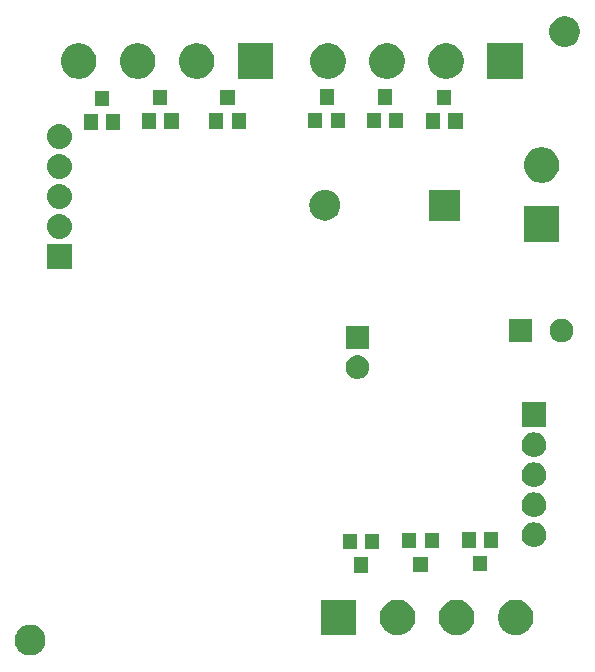
<source format=gbr>
G04 #@! TF.GenerationSoftware,KiCad,Pcbnew,5.0.1*
G04 #@! TF.CreationDate,2019-01-05T16:33:49+01:00*
G04 #@! TF.ProjectId,sensor_board-led,73656E736F725F626F6172642D6C6564,V1.2*
G04 #@! TF.SameCoordinates,Original*
G04 #@! TF.FileFunction,Soldermask,Bot*
G04 #@! TF.FilePolarity,Negative*
%FSLAX46Y46*%
G04 Gerber Fmt 4.6, Leading zero omitted, Abs format (unit mm)*
G04 Created by KiCad (PCBNEW 5.0.1) date Sat 05 Jan 2019 04:33:49 PM CET*
%MOMM*%
%LPD*%
G01*
G04 APERTURE LIST*
%ADD10C,0.100000*%
G04 APERTURE END LIST*
D10*
G36*
X29157396Y-74594358D02*
X29393980Y-74692354D01*
X29606905Y-74834626D01*
X29787974Y-75015695D01*
X29930246Y-75228620D01*
X30028242Y-75465204D01*
X30078200Y-75716360D01*
X30078200Y-75972440D01*
X30028242Y-76223596D01*
X29930246Y-76460180D01*
X29787974Y-76673105D01*
X29606905Y-76854174D01*
X29393980Y-76996446D01*
X29157396Y-77094442D01*
X28906240Y-77144400D01*
X28650160Y-77144400D01*
X28399004Y-77094442D01*
X28162420Y-76996446D01*
X27949495Y-76854174D01*
X27768426Y-76673105D01*
X27626154Y-76460180D01*
X27528158Y-76223596D01*
X27478200Y-75972440D01*
X27478200Y-75716360D01*
X27528158Y-75465204D01*
X27626154Y-75228620D01*
X27768426Y-75015695D01*
X27949495Y-74834626D01*
X28162420Y-74692354D01*
X28399004Y-74594358D01*
X28650160Y-74544400D01*
X28906240Y-74544400D01*
X29157396Y-74594358D01*
X29157396Y-74594358D01*
G37*
G36*
X65221835Y-72470029D02*
X65318434Y-72489244D01*
X65591417Y-72602317D01*
X65833820Y-72764287D01*
X65837097Y-72766476D01*
X66046024Y-72975403D01*
X66046026Y-72975406D01*
X66210183Y-73221083D01*
X66323256Y-73494066D01*
X66380900Y-73783863D01*
X66380900Y-74079337D01*
X66323256Y-74369134D01*
X66210183Y-74642117D01*
X66176615Y-74692355D01*
X66046024Y-74887797D01*
X65837097Y-75096724D01*
X65837094Y-75096726D01*
X65591417Y-75260883D01*
X65318434Y-75373956D01*
X65221835Y-75393171D01*
X65028639Y-75431600D01*
X64733161Y-75431600D01*
X64539965Y-75393171D01*
X64443366Y-75373956D01*
X64170383Y-75260883D01*
X63924706Y-75096726D01*
X63924703Y-75096724D01*
X63715776Y-74887797D01*
X63585185Y-74692355D01*
X63551617Y-74642117D01*
X63438544Y-74369134D01*
X63380900Y-74079337D01*
X63380900Y-73783863D01*
X63438544Y-73494066D01*
X63551617Y-73221083D01*
X63715774Y-72975406D01*
X63715776Y-72975403D01*
X63924703Y-72766476D01*
X63927980Y-72764287D01*
X64170383Y-72602317D01*
X64443366Y-72489244D01*
X64539965Y-72470029D01*
X64733161Y-72431600D01*
X65028639Y-72431600D01*
X65221835Y-72470029D01*
X65221835Y-72470029D01*
G37*
G36*
X70221835Y-72470029D02*
X70318434Y-72489244D01*
X70591417Y-72602317D01*
X70833820Y-72764287D01*
X70837097Y-72766476D01*
X71046024Y-72975403D01*
X71046026Y-72975406D01*
X71210183Y-73221083D01*
X71323256Y-73494066D01*
X71380900Y-73783863D01*
X71380900Y-74079337D01*
X71323256Y-74369134D01*
X71210183Y-74642117D01*
X71176615Y-74692355D01*
X71046024Y-74887797D01*
X70837097Y-75096724D01*
X70837094Y-75096726D01*
X70591417Y-75260883D01*
X70318434Y-75373956D01*
X70221835Y-75393171D01*
X70028639Y-75431600D01*
X69733161Y-75431600D01*
X69539965Y-75393171D01*
X69443366Y-75373956D01*
X69170383Y-75260883D01*
X68924706Y-75096726D01*
X68924703Y-75096724D01*
X68715776Y-74887797D01*
X68585185Y-74692355D01*
X68551617Y-74642117D01*
X68438544Y-74369134D01*
X68380900Y-74079337D01*
X68380900Y-73783863D01*
X68438544Y-73494066D01*
X68551617Y-73221083D01*
X68715774Y-72975406D01*
X68715776Y-72975403D01*
X68924703Y-72766476D01*
X68927980Y-72764287D01*
X69170383Y-72602317D01*
X69443366Y-72489244D01*
X69539965Y-72470029D01*
X69733161Y-72431600D01*
X70028639Y-72431600D01*
X70221835Y-72470029D01*
X70221835Y-72470029D01*
G37*
G36*
X56380900Y-75431600D02*
X53380900Y-75431600D01*
X53380900Y-72431600D01*
X56380900Y-72431600D01*
X56380900Y-75431600D01*
X56380900Y-75431600D01*
G37*
G36*
X60221835Y-72470029D02*
X60318434Y-72489244D01*
X60591417Y-72602317D01*
X60833820Y-72764287D01*
X60837097Y-72766476D01*
X61046024Y-72975403D01*
X61046026Y-72975406D01*
X61210183Y-73221083D01*
X61323256Y-73494066D01*
X61380900Y-73783863D01*
X61380900Y-74079337D01*
X61323256Y-74369134D01*
X61210183Y-74642117D01*
X61176615Y-74692355D01*
X61046024Y-74887797D01*
X60837097Y-75096724D01*
X60837094Y-75096726D01*
X60591417Y-75260883D01*
X60318434Y-75373956D01*
X60221835Y-75393171D01*
X60028639Y-75431600D01*
X59733161Y-75431600D01*
X59539965Y-75393171D01*
X59443366Y-75373956D01*
X59170383Y-75260883D01*
X58924706Y-75096726D01*
X58924703Y-75096724D01*
X58715776Y-74887797D01*
X58585185Y-74692355D01*
X58551617Y-74642117D01*
X58438544Y-74369134D01*
X58380900Y-74079337D01*
X58380900Y-73783863D01*
X58438544Y-73494066D01*
X58551617Y-73221083D01*
X58715774Y-72975406D01*
X58715776Y-72975403D01*
X58924703Y-72766476D01*
X58927980Y-72764287D01*
X59170383Y-72602317D01*
X59443366Y-72489244D01*
X59539965Y-72470029D01*
X59733161Y-72431600D01*
X60028639Y-72431600D01*
X60221835Y-72470029D01*
X60221835Y-72470029D01*
G37*
G36*
X57381300Y-70133340D02*
X56181300Y-70133340D01*
X56181300Y-68833340D01*
X57381300Y-68833340D01*
X57381300Y-70133340D01*
X57381300Y-70133340D01*
G37*
G36*
X62431300Y-70083340D02*
X61231300Y-70083340D01*
X61231300Y-68783340D01*
X62431300Y-68783340D01*
X62431300Y-70083340D01*
X62431300Y-70083340D01*
G37*
G36*
X67483000Y-70033340D02*
X66283000Y-70033340D01*
X66283000Y-68733340D01*
X67483000Y-68733340D01*
X67483000Y-70033340D01*
X67483000Y-70033340D01*
G37*
G36*
X58331300Y-68133340D02*
X57131300Y-68133340D01*
X57131300Y-66833340D01*
X58331300Y-66833340D01*
X58331300Y-68133340D01*
X58331300Y-68133340D01*
G37*
G36*
X56431300Y-68133340D02*
X55231300Y-68133340D01*
X55231300Y-66833340D01*
X56431300Y-66833340D01*
X56431300Y-68133340D01*
X56431300Y-68133340D01*
G37*
G36*
X61481300Y-68083340D02*
X60281300Y-68083340D01*
X60281300Y-66783340D01*
X61481300Y-66783340D01*
X61481300Y-68083340D01*
X61481300Y-68083340D01*
G37*
G36*
X63381300Y-68083340D02*
X62181300Y-68083340D01*
X62181300Y-66783340D01*
X63381300Y-66783340D01*
X63381300Y-68083340D01*
X63381300Y-68083340D01*
G37*
G36*
X66533000Y-68033340D02*
X65333000Y-68033340D01*
X65333000Y-66733340D01*
X66533000Y-66733340D01*
X66533000Y-68033340D01*
X66533000Y-68033340D01*
G37*
G36*
X68433000Y-68033340D02*
X67233000Y-68033340D01*
X67233000Y-66733340D01*
X68433000Y-66733340D01*
X68433000Y-68033340D01*
X68433000Y-68033340D01*
G37*
G36*
X71566207Y-65886596D02*
X71643336Y-65894193D01*
X71775287Y-65934220D01*
X71841263Y-65954233D01*
X72023672Y-66051733D01*
X72183554Y-66182946D01*
X72314767Y-66342828D01*
X72412267Y-66525237D01*
X72412267Y-66525238D01*
X72472307Y-66723164D01*
X72492580Y-66929000D01*
X72472307Y-67134836D01*
X72432280Y-67266787D01*
X72412267Y-67332763D01*
X72314767Y-67515172D01*
X72183554Y-67675054D01*
X72023672Y-67806267D01*
X71841263Y-67903767D01*
X71775287Y-67923780D01*
X71643336Y-67963807D01*
X71566207Y-67971404D01*
X71489080Y-67979000D01*
X71385920Y-67979000D01*
X71308793Y-67971404D01*
X71231664Y-67963807D01*
X71099713Y-67923780D01*
X71033737Y-67903767D01*
X70851328Y-67806267D01*
X70691446Y-67675054D01*
X70560233Y-67515172D01*
X70462733Y-67332763D01*
X70442720Y-67266787D01*
X70402693Y-67134836D01*
X70382420Y-66929000D01*
X70402693Y-66723164D01*
X70462733Y-66525238D01*
X70462733Y-66525237D01*
X70560233Y-66342828D01*
X70691446Y-66182946D01*
X70851328Y-66051733D01*
X71033737Y-65954233D01*
X71099713Y-65934220D01*
X71231664Y-65894193D01*
X71308793Y-65886596D01*
X71385920Y-65879000D01*
X71489080Y-65879000D01*
X71566207Y-65886596D01*
X71566207Y-65886596D01*
G37*
G36*
X71566207Y-63346597D02*
X71643336Y-63354193D01*
X71775287Y-63394220D01*
X71841263Y-63414233D01*
X72023672Y-63511733D01*
X72183554Y-63642946D01*
X72314767Y-63802828D01*
X72412267Y-63985237D01*
X72412267Y-63985238D01*
X72472307Y-64183164D01*
X72492580Y-64389000D01*
X72472307Y-64594836D01*
X72432280Y-64726787D01*
X72412267Y-64792763D01*
X72314767Y-64975172D01*
X72183554Y-65135054D01*
X72023672Y-65266267D01*
X71841263Y-65363767D01*
X71775287Y-65383780D01*
X71643336Y-65423807D01*
X71566207Y-65431403D01*
X71489080Y-65439000D01*
X71385920Y-65439000D01*
X71308793Y-65431403D01*
X71231664Y-65423807D01*
X71099713Y-65383780D01*
X71033737Y-65363767D01*
X70851328Y-65266267D01*
X70691446Y-65135054D01*
X70560233Y-64975172D01*
X70462733Y-64792763D01*
X70442720Y-64726787D01*
X70402693Y-64594836D01*
X70382420Y-64389000D01*
X70402693Y-64183164D01*
X70462733Y-63985238D01*
X70462733Y-63985237D01*
X70560233Y-63802828D01*
X70691446Y-63642946D01*
X70851328Y-63511733D01*
X71033737Y-63414233D01*
X71099713Y-63394220D01*
X71231664Y-63354193D01*
X71308793Y-63346597D01*
X71385920Y-63339000D01*
X71489080Y-63339000D01*
X71566207Y-63346597D01*
X71566207Y-63346597D01*
G37*
G36*
X71566207Y-60806596D02*
X71643336Y-60814193D01*
X71775287Y-60854220D01*
X71841263Y-60874233D01*
X72023672Y-60971733D01*
X72183554Y-61102946D01*
X72314767Y-61262828D01*
X72412267Y-61445237D01*
X72412267Y-61445238D01*
X72472307Y-61643164D01*
X72492580Y-61849000D01*
X72472307Y-62054836D01*
X72432280Y-62186787D01*
X72412267Y-62252763D01*
X72314767Y-62435172D01*
X72183554Y-62595054D01*
X72023672Y-62726267D01*
X71841263Y-62823767D01*
X71775287Y-62843780D01*
X71643336Y-62883807D01*
X71566207Y-62891403D01*
X71489080Y-62899000D01*
X71385920Y-62899000D01*
X71308793Y-62891403D01*
X71231664Y-62883807D01*
X71099713Y-62843780D01*
X71033737Y-62823767D01*
X70851328Y-62726267D01*
X70691446Y-62595054D01*
X70560233Y-62435172D01*
X70462733Y-62252763D01*
X70442720Y-62186787D01*
X70402693Y-62054836D01*
X70382420Y-61849000D01*
X70402693Y-61643164D01*
X70462733Y-61445238D01*
X70462733Y-61445237D01*
X70560233Y-61262828D01*
X70691446Y-61102946D01*
X70851328Y-60971733D01*
X71033737Y-60874233D01*
X71099713Y-60854220D01*
X71231664Y-60814193D01*
X71308793Y-60806596D01*
X71385920Y-60799000D01*
X71489080Y-60799000D01*
X71566207Y-60806596D01*
X71566207Y-60806596D01*
G37*
G36*
X71566207Y-58266597D02*
X71643336Y-58274193D01*
X71775287Y-58314220D01*
X71841263Y-58334233D01*
X72023672Y-58431733D01*
X72183554Y-58562946D01*
X72314767Y-58722828D01*
X72412267Y-58905237D01*
X72412267Y-58905238D01*
X72472307Y-59103164D01*
X72492580Y-59309000D01*
X72472307Y-59514836D01*
X72432280Y-59646787D01*
X72412267Y-59712763D01*
X72314767Y-59895172D01*
X72183554Y-60055054D01*
X72023672Y-60186267D01*
X71841263Y-60283767D01*
X71775287Y-60303780D01*
X71643336Y-60343807D01*
X71566207Y-60351403D01*
X71489080Y-60359000D01*
X71385920Y-60359000D01*
X71308793Y-60351403D01*
X71231664Y-60343807D01*
X71099713Y-60303780D01*
X71033737Y-60283767D01*
X70851328Y-60186267D01*
X70691446Y-60055054D01*
X70560233Y-59895172D01*
X70462733Y-59712763D01*
X70442720Y-59646787D01*
X70402693Y-59514836D01*
X70382420Y-59309000D01*
X70402693Y-59103164D01*
X70462733Y-58905238D01*
X70462733Y-58905237D01*
X70560233Y-58722828D01*
X70691446Y-58562946D01*
X70851328Y-58431733D01*
X71033737Y-58334233D01*
X71099713Y-58314220D01*
X71231664Y-58274193D01*
X71308793Y-58266597D01*
X71385920Y-58259000D01*
X71489080Y-58259000D01*
X71566207Y-58266597D01*
X71566207Y-58266597D01*
G37*
G36*
X72487500Y-57819000D02*
X70387500Y-57819000D01*
X70387500Y-55719000D01*
X72487500Y-55719000D01*
X72487500Y-57819000D01*
X72487500Y-57819000D01*
G37*
G36*
X56658770Y-51746972D02*
X56774689Y-51770029D01*
X56956678Y-51845411D01*
X57120463Y-51954849D01*
X57259751Y-52094137D01*
X57369189Y-52257922D01*
X57444571Y-52439911D01*
X57483000Y-52633109D01*
X57483000Y-52830091D01*
X57444571Y-53023289D01*
X57369189Y-53205278D01*
X57259751Y-53369063D01*
X57120463Y-53508351D01*
X56956678Y-53617789D01*
X56774689Y-53693171D01*
X56658770Y-53716228D01*
X56581493Y-53731600D01*
X56384507Y-53731600D01*
X56307230Y-53716228D01*
X56191311Y-53693171D01*
X56009322Y-53617789D01*
X55845537Y-53508351D01*
X55706249Y-53369063D01*
X55596811Y-53205278D01*
X55521429Y-53023289D01*
X55483000Y-52830091D01*
X55483000Y-52633109D01*
X55521429Y-52439911D01*
X55596811Y-52257922D01*
X55706249Y-52094137D01*
X55845537Y-51954849D01*
X56009322Y-51845411D01*
X56191311Y-51770029D01*
X56307230Y-51746972D01*
X56384507Y-51731600D01*
X56581493Y-51731600D01*
X56658770Y-51746972D01*
X56658770Y-51746972D01*
G37*
G36*
X57483000Y-51231600D02*
X55483000Y-51231600D01*
X55483000Y-49231600D01*
X57483000Y-49231600D01*
X57483000Y-51231600D01*
X57483000Y-51231600D01*
G37*
G36*
X73958770Y-48646972D02*
X74074689Y-48670029D01*
X74256678Y-48745411D01*
X74420463Y-48854849D01*
X74559751Y-48994137D01*
X74669189Y-49157922D01*
X74744571Y-49339911D01*
X74783000Y-49533109D01*
X74783000Y-49730091D01*
X74744571Y-49923289D01*
X74669189Y-50105278D01*
X74559751Y-50269063D01*
X74420463Y-50408351D01*
X74256678Y-50517789D01*
X74074689Y-50593171D01*
X73958770Y-50616228D01*
X73881493Y-50631600D01*
X73684507Y-50631600D01*
X73607230Y-50616228D01*
X73491311Y-50593171D01*
X73309322Y-50517789D01*
X73145537Y-50408351D01*
X73006249Y-50269063D01*
X72896811Y-50105278D01*
X72821429Y-49923289D01*
X72783000Y-49730091D01*
X72783000Y-49533109D01*
X72821429Y-49339911D01*
X72896811Y-49157922D01*
X73006249Y-48994137D01*
X73145537Y-48854849D01*
X73309322Y-48745411D01*
X73491311Y-48670029D01*
X73607230Y-48646972D01*
X73684507Y-48631600D01*
X73881493Y-48631600D01*
X73958770Y-48646972D01*
X73958770Y-48646972D01*
G37*
G36*
X71283000Y-50631600D02*
X69283000Y-50631600D01*
X69283000Y-48631600D01*
X71283000Y-48631600D01*
X71283000Y-50631600D01*
X71283000Y-50631600D01*
G37*
G36*
X32304700Y-44407800D02*
X30204700Y-44407800D01*
X30204700Y-42307800D01*
X32304700Y-42307800D01*
X32304700Y-44407800D01*
X32304700Y-44407800D01*
G37*
G36*
X73583000Y-42131600D02*
X70583000Y-42131600D01*
X70583000Y-39131600D01*
X73583000Y-39131600D01*
X73583000Y-42131600D01*
X73583000Y-42131600D01*
G37*
G36*
X31383407Y-39775396D02*
X31460536Y-39782993D01*
X31592487Y-39823020D01*
X31658463Y-39843033D01*
X31840872Y-39940533D01*
X32000754Y-40071746D01*
X32131967Y-40231628D01*
X32229467Y-40414037D01*
X32229467Y-40414038D01*
X32289507Y-40611964D01*
X32309780Y-40817800D01*
X32289507Y-41023636D01*
X32249480Y-41155587D01*
X32229467Y-41221563D01*
X32131967Y-41403972D01*
X32000754Y-41563854D01*
X31840872Y-41695067D01*
X31658463Y-41792567D01*
X31592487Y-41812580D01*
X31460536Y-41852607D01*
X31383407Y-41860204D01*
X31306280Y-41867800D01*
X31203120Y-41867800D01*
X31125993Y-41860204D01*
X31048864Y-41852607D01*
X30916913Y-41812580D01*
X30850937Y-41792567D01*
X30668528Y-41695067D01*
X30508646Y-41563854D01*
X30377433Y-41403972D01*
X30279933Y-41221563D01*
X30259920Y-41155587D01*
X30219893Y-41023636D01*
X30199620Y-40817800D01*
X30219893Y-40611964D01*
X30279933Y-40414038D01*
X30279933Y-40414037D01*
X30377433Y-40231628D01*
X30508646Y-40071746D01*
X30668528Y-39940533D01*
X30850937Y-39843033D01*
X30916913Y-39823020D01*
X31048864Y-39782993D01*
X31125993Y-39775396D01*
X31203120Y-39767800D01*
X31306280Y-39767800D01*
X31383407Y-39775396D01*
X31383407Y-39775396D01*
G37*
G36*
X65183000Y-40331600D02*
X62583000Y-40331600D01*
X62583000Y-37731600D01*
X65183000Y-37731600D01*
X65183000Y-40331600D01*
X65183000Y-40331600D01*
G37*
G36*
X53977845Y-37750410D02*
X54222896Y-37824745D01*
X54448736Y-37945460D01*
X54646687Y-38107913D01*
X54809140Y-38305864D01*
X54929855Y-38531704D01*
X55004190Y-38776755D01*
X55029290Y-39031600D01*
X55004190Y-39286445D01*
X54929855Y-39531496D01*
X54809140Y-39757336D01*
X54646687Y-39955287D01*
X54448736Y-40117740D01*
X54222896Y-40238455D01*
X53977845Y-40312790D01*
X53786864Y-40331600D01*
X53659136Y-40331600D01*
X53468155Y-40312790D01*
X53223104Y-40238455D01*
X52997264Y-40117740D01*
X52799313Y-39955287D01*
X52636860Y-39757336D01*
X52516145Y-39531496D01*
X52441810Y-39286445D01*
X52416710Y-39031600D01*
X52441810Y-38776755D01*
X52516145Y-38531704D01*
X52636860Y-38305864D01*
X52799313Y-38107913D01*
X52997264Y-37945460D01*
X53223104Y-37824745D01*
X53468155Y-37750410D01*
X53659136Y-37731600D01*
X53786864Y-37731600D01*
X53977845Y-37750410D01*
X53977845Y-37750410D01*
G37*
G36*
X31383407Y-37235396D02*
X31460536Y-37242993D01*
X31592487Y-37283020D01*
X31658463Y-37303033D01*
X31840872Y-37400533D01*
X32000754Y-37531746D01*
X32131967Y-37691628D01*
X32229467Y-37874037D01*
X32229467Y-37874038D01*
X32289507Y-38071964D01*
X32309780Y-38277800D01*
X32289507Y-38483636D01*
X32249480Y-38615587D01*
X32229467Y-38681563D01*
X32131967Y-38863972D01*
X32000754Y-39023854D01*
X31840872Y-39155067D01*
X31658463Y-39252567D01*
X31592487Y-39272580D01*
X31460536Y-39312607D01*
X31383407Y-39320203D01*
X31306280Y-39327800D01*
X31203120Y-39327800D01*
X31125993Y-39320203D01*
X31048864Y-39312607D01*
X30916913Y-39272580D01*
X30850937Y-39252567D01*
X30668528Y-39155067D01*
X30508646Y-39023854D01*
X30377433Y-38863972D01*
X30279933Y-38681563D01*
X30259920Y-38615587D01*
X30219893Y-38483636D01*
X30199620Y-38277800D01*
X30219893Y-38071964D01*
X30279933Y-37874038D01*
X30279933Y-37874037D01*
X30377433Y-37691628D01*
X30508646Y-37531746D01*
X30668528Y-37400533D01*
X30850937Y-37303033D01*
X30916913Y-37283020D01*
X31048864Y-37242993D01*
X31125993Y-37235396D01*
X31203120Y-37227800D01*
X31306280Y-37227800D01*
X31383407Y-37235396D01*
X31383407Y-37235396D01*
G37*
G36*
X72423935Y-34170029D02*
X72520534Y-34189244D01*
X72793517Y-34302317D01*
X73035920Y-34464287D01*
X73039197Y-34466476D01*
X73248124Y-34675403D01*
X73248126Y-34675406D01*
X73412283Y-34921083D01*
X73507778Y-35151628D01*
X73525356Y-35194067D01*
X73583000Y-35483861D01*
X73583000Y-35779339D01*
X73525356Y-36069133D01*
X73412284Y-36342115D01*
X73248124Y-36587797D01*
X73039197Y-36796724D01*
X73039194Y-36796726D01*
X72793517Y-36960883D01*
X72520534Y-37073956D01*
X72423935Y-37093171D01*
X72230739Y-37131600D01*
X71935261Y-37131600D01*
X71742065Y-37093171D01*
X71645466Y-37073956D01*
X71372483Y-36960883D01*
X71126806Y-36796726D01*
X71126803Y-36796724D01*
X70917876Y-36587797D01*
X70753716Y-36342115D01*
X70640644Y-36069133D01*
X70583000Y-35779339D01*
X70583000Y-35483861D01*
X70640644Y-35194067D01*
X70658223Y-35151628D01*
X70753717Y-34921083D01*
X70917874Y-34675406D01*
X70917876Y-34675403D01*
X71126803Y-34466476D01*
X71130080Y-34464287D01*
X71372483Y-34302317D01*
X71645466Y-34189244D01*
X71742065Y-34170029D01*
X71935261Y-34131600D01*
X72230739Y-34131600D01*
X72423935Y-34170029D01*
X72423935Y-34170029D01*
G37*
G36*
X31383407Y-34695396D02*
X31460536Y-34702993D01*
X31592487Y-34743020D01*
X31658463Y-34763033D01*
X31840872Y-34860533D01*
X32000754Y-34991746D01*
X32131967Y-35151628D01*
X32229467Y-35334037D01*
X32229467Y-35334038D01*
X32289507Y-35531964D01*
X32309780Y-35737800D01*
X32289507Y-35943636D01*
X32251438Y-36069133D01*
X32229467Y-36141563D01*
X32131967Y-36323972D01*
X32000754Y-36483854D01*
X31840872Y-36615067D01*
X31658463Y-36712567D01*
X31592487Y-36732580D01*
X31460536Y-36772607D01*
X31383407Y-36780203D01*
X31306280Y-36787800D01*
X31203120Y-36787800D01*
X31125993Y-36780203D01*
X31048864Y-36772607D01*
X30916913Y-36732580D01*
X30850937Y-36712567D01*
X30668528Y-36615067D01*
X30508646Y-36483854D01*
X30377433Y-36323972D01*
X30279933Y-36141563D01*
X30257962Y-36069133D01*
X30219893Y-35943636D01*
X30199620Y-35737800D01*
X30219893Y-35531964D01*
X30279933Y-35334038D01*
X30279933Y-35334037D01*
X30377433Y-35151628D01*
X30508646Y-34991746D01*
X30668528Y-34860533D01*
X30850937Y-34763033D01*
X30916913Y-34743020D01*
X31048864Y-34702993D01*
X31125993Y-34695396D01*
X31203120Y-34687800D01*
X31306280Y-34687800D01*
X31383407Y-34695396D01*
X31383407Y-34695396D01*
G37*
G36*
X31383407Y-32155396D02*
X31460536Y-32162993D01*
X31592487Y-32203020D01*
X31658463Y-32223033D01*
X31840872Y-32320533D01*
X32000754Y-32451746D01*
X32131967Y-32611628D01*
X32229467Y-32794037D01*
X32229467Y-32794038D01*
X32289507Y-32991964D01*
X32309780Y-33197800D01*
X32289507Y-33403636D01*
X32249480Y-33535587D01*
X32229467Y-33601563D01*
X32131967Y-33783972D01*
X32000754Y-33943854D01*
X31840872Y-34075067D01*
X31658463Y-34172567D01*
X31603485Y-34189244D01*
X31460536Y-34232607D01*
X31383407Y-34240203D01*
X31306280Y-34247800D01*
X31203120Y-34247800D01*
X31125993Y-34240203D01*
X31048864Y-34232607D01*
X30905915Y-34189244D01*
X30850937Y-34172567D01*
X30668528Y-34075067D01*
X30508646Y-33943854D01*
X30377433Y-33783972D01*
X30279933Y-33601563D01*
X30259920Y-33535587D01*
X30219893Y-33403636D01*
X30199620Y-33197800D01*
X30219893Y-32991964D01*
X30279933Y-32794038D01*
X30279933Y-32794037D01*
X30377433Y-32611628D01*
X30508646Y-32451746D01*
X30668528Y-32320533D01*
X30850937Y-32223033D01*
X30916913Y-32203020D01*
X31048864Y-32162993D01*
X31125993Y-32155396D01*
X31203120Y-32147800D01*
X31306280Y-32147800D01*
X31383407Y-32155396D01*
X31383407Y-32155396D01*
G37*
G36*
X34498800Y-32648160D02*
X33298800Y-32648160D01*
X33298800Y-31348160D01*
X34498800Y-31348160D01*
X34498800Y-32648160D01*
X34498800Y-32648160D01*
G37*
G36*
X36398800Y-32648160D02*
X35198800Y-32648160D01*
X35198800Y-31348160D01*
X36398800Y-31348160D01*
X36398800Y-32648160D01*
X36398800Y-32648160D01*
G37*
G36*
X63492900Y-32561800D02*
X62292900Y-32561800D01*
X62292900Y-31261800D01*
X63492900Y-31261800D01*
X63492900Y-32561800D01*
X63492900Y-32561800D01*
G37*
G36*
X65392900Y-32561800D02*
X64192900Y-32561800D01*
X64192900Y-31261800D01*
X65392900Y-31261800D01*
X65392900Y-32561800D01*
X65392900Y-32561800D01*
G37*
G36*
X41341640Y-32559260D02*
X40141640Y-32559260D01*
X40141640Y-31259260D01*
X41341640Y-31259260D01*
X41341640Y-32559260D01*
X41341640Y-32559260D01*
G37*
G36*
X39441640Y-32559260D02*
X38241640Y-32559260D01*
X38241640Y-31259260D01*
X39441640Y-31259260D01*
X39441640Y-32559260D01*
X39441640Y-32559260D01*
G37*
G36*
X45141600Y-32551540D02*
X43941600Y-32551540D01*
X43941600Y-31251540D01*
X45141600Y-31251540D01*
X45141600Y-32551540D01*
X45141600Y-32551540D01*
G37*
G36*
X47041600Y-32551540D02*
X45841600Y-32551540D01*
X45841600Y-31251540D01*
X47041600Y-31251540D01*
X47041600Y-32551540D01*
X47041600Y-32551540D01*
G37*
G36*
X60384180Y-32531600D02*
X59184180Y-32531600D01*
X59184180Y-31231600D01*
X60384180Y-31231600D01*
X60384180Y-32531600D01*
X60384180Y-32531600D01*
G37*
G36*
X58484180Y-32531600D02*
X57284180Y-32531600D01*
X57284180Y-31231600D01*
X58484180Y-31231600D01*
X58484180Y-32531600D01*
X58484180Y-32531600D01*
G37*
G36*
X55433000Y-32531320D02*
X54233000Y-32531320D01*
X54233000Y-31231320D01*
X55433000Y-31231320D01*
X55433000Y-32531320D01*
X55433000Y-32531320D01*
G37*
G36*
X53533000Y-32531320D02*
X52333000Y-32531320D01*
X52333000Y-31231320D01*
X53533000Y-31231320D01*
X53533000Y-32531320D01*
X53533000Y-32531320D01*
G37*
G36*
X35448800Y-30648160D02*
X34248800Y-30648160D01*
X34248800Y-29348160D01*
X35448800Y-29348160D01*
X35448800Y-30648160D01*
X35448800Y-30648160D01*
G37*
G36*
X64442900Y-30561800D02*
X63242900Y-30561800D01*
X63242900Y-29261800D01*
X64442900Y-29261800D01*
X64442900Y-30561800D01*
X64442900Y-30561800D01*
G37*
G36*
X40391640Y-30559260D02*
X39191640Y-30559260D01*
X39191640Y-29259260D01*
X40391640Y-29259260D01*
X40391640Y-30559260D01*
X40391640Y-30559260D01*
G37*
G36*
X46091600Y-30551540D02*
X44891600Y-30551540D01*
X44891600Y-29251540D01*
X46091600Y-29251540D01*
X46091600Y-30551540D01*
X46091600Y-30551540D01*
G37*
G36*
X59434180Y-30531600D02*
X58234180Y-30531600D01*
X58234180Y-29231600D01*
X59434180Y-29231600D01*
X59434180Y-30531600D01*
X59434180Y-30531600D01*
G37*
G36*
X54483000Y-30531320D02*
X53283000Y-30531320D01*
X53283000Y-29231320D01*
X54483000Y-29231320D01*
X54483000Y-30531320D01*
X54483000Y-30531320D01*
G37*
G36*
X38223935Y-25370029D02*
X38320534Y-25389244D01*
X38513560Y-25469198D01*
X38552302Y-25485245D01*
X38593517Y-25502317D01*
X38714629Y-25583242D01*
X38839197Y-25666476D01*
X39048124Y-25875403D01*
X39212284Y-26121085D01*
X39325356Y-26394067D01*
X39383000Y-26683861D01*
X39383000Y-26979339D01*
X39325356Y-27269133D01*
X39212284Y-27542115D01*
X39048124Y-27787797D01*
X38839197Y-27996724D01*
X38839194Y-27996726D01*
X38593517Y-28160883D01*
X38320534Y-28273956D01*
X38223935Y-28293171D01*
X38030739Y-28331600D01*
X37735261Y-28331600D01*
X37542065Y-28293171D01*
X37445466Y-28273956D01*
X37172483Y-28160883D01*
X36926806Y-27996726D01*
X36926803Y-27996724D01*
X36717876Y-27787797D01*
X36553716Y-27542115D01*
X36440644Y-27269133D01*
X36383000Y-26979339D01*
X36383000Y-26683861D01*
X36440644Y-26394067D01*
X36553716Y-26121085D01*
X36717876Y-25875403D01*
X36926803Y-25666476D01*
X37051371Y-25583242D01*
X37172483Y-25502317D01*
X37213699Y-25485245D01*
X37252440Y-25469198D01*
X37445466Y-25389244D01*
X37542065Y-25370029D01*
X37735261Y-25331600D01*
X38030739Y-25331600D01*
X38223935Y-25370029D01*
X38223935Y-25370029D01*
G37*
G36*
X33223935Y-25370029D02*
X33320534Y-25389244D01*
X33513560Y-25469198D01*
X33552302Y-25485245D01*
X33593517Y-25502317D01*
X33714629Y-25583242D01*
X33839197Y-25666476D01*
X34048124Y-25875403D01*
X34212284Y-26121085D01*
X34325356Y-26394067D01*
X34383000Y-26683861D01*
X34383000Y-26979339D01*
X34325356Y-27269133D01*
X34212284Y-27542115D01*
X34048124Y-27787797D01*
X33839197Y-27996724D01*
X33839194Y-27996726D01*
X33593517Y-28160883D01*
X33320534Y-28273956D01*
X33223935Y-28293171D01*
X33030739Y-28331600D01*
X32735261Y-28331600D01*
X32542065Y-28293171D01*
X32445466Y-28273956D01*
X32172483Y-28160883D01*
X31926806Y-27996726D01*
X31926803Y-27996724D01*
X31717876Y-27787797D01*
X31553716Y-27542115D01*
X31440644Y-27269133D01*
X31383000Y-26979339D01*
X31383000Y-26683861D01*
X31440644Y-26394067D01*
X31553716Y-26121085D01*
X31717876Y-25875403D01*
X31926803Y-25666476D01*
X32051371Y-25583242D01*
X32172483Y-25502317D01*
X32213699Y-25485245D01*
X32252440Y-25469198D01*
X32445466Y-25389244D01*
X32542065Y-25370029D01*
X32735261Y-25331600D01*
X33030739Y-25331600D01*
X33223935Y-25370029D01*
X33223935Y-25370029D01*
G37*
G36*
X43223935Y-25370029D02*
X43320534Y-25389244D01*
X43513560Y-25469198D01*
X43552302Y-25485245D01*
X43593517Y-25502317D01*
X43714629Y-25583242D01*
X43839197Y-25666476D01*
X44048124Y-25875403D01*
X44212284Y-26121085D01*
X44325356Y-26394067D01*
X44383000Y-26683861D01*
X44383000Y-26979339D01*
X44325356Y-27269133D01*
X44212284Y-27542115D01*
X44048124Y-27787797D01*
X43839197Y-27996724D01*
X43839194Y-27996726D01*
X43593517Y-28160883D01*
X43320534Y-28273956D01*
X43223935Y-28293171D01*
X43030739Y-28331600D01*
X42735261Y-28331600D01*
X42542065Y-28293171D01*
X42445466Y-28273956D01*
X42172483Y-28160883D01*
X41926806Y-27996726D01*
X41926803Y-27996724D01*
X41717876Y-27787797D01*
X41553716Y-27542115D01*
X41440644Y-27269133D01*
X41383000Y-26979339D01*
X41383000Y-26683861D01*
X41440644Y-26394067D01*
X41553716Y-26121085D01*
X41717876Y-25875403D01*
X41926803Y-25666476D01*
X42051371Y-25583242D01*
X42172483Y-25502317D01*
X42213699Y-25485245D01*
X42252440Y-25469198D01*
X42445466Y-25389244D01*
X42542065Y-25370029D01*
X42735261Y-25331600D01*
X43030739Y-25331600D01*
X43223935Y-25370029D01*
X43223935Y-25370029D01*
G37*
G36*
X49383000Y-28331600D02*
X46383000Y-28331600D01*
X46383000Y-25331600D01*
X49383000Y-25331600D01*
X49383000Y-28331600D01*
X49383000Y-28331600D01*
G37*
G36*
X54323935Y-25370029D02*
X54420534Y-25389244D01*
X54613560Y-25469198D01*
X54652302Y-25485245D01*
X54693517Y-25502317D01*
X54814629Y-25583242D01*
X54939197Y-25666476D01*
X55148124Y-25875403D01*
X55312284Y-26121085D01*
X55425356Y-26394067D01*
X55483000Y-26683861D01*
X55483000Y-26979339D01*
X55425356Y-27269133D01*
X55312284Y-27542115D01*
X55148124Y-27787797D01*
X54939197Y-27996724D01*
X54939194Y-27996726D01*
X54693517Y-28160883D01*
X54420534Y-28273956D01*
X54323935Y-28293171D01*
X54130739Y-28331600D01*
X53835261Y-28331600D01*
X53642065Y-28293171D01*
X53545466Y-28273956D01*
X53272483Y-28160883D01*
X53026806Y-27996726D01*
X53026803Y-27996724D01*
X52817876Y-27787797D01*
X52653716Y-27542115D01*
X52540644Y-27269133D01*
X52483000Y-26979339D01*
X52483000Y-26683861D01*
X52540644Y-26394067D01*
X52653716Y-26121085D01*
X52817876Y-25875403D01*
X53026803Y-25666476D01*
X53151371Y-25583242D01*
X53272483Y-25502317D01*
X53313699Y-25485245D01*
X53352440Y-25469198D01*
X53545466Y-25389244D01*
X53642065Y-25370029D01*
X53835261Y-25331600D01*
X54130739Y-25331600D01*
X54323935Y-25370029D01*
X54323935Y-25370029D01*
G37*
G36*
X59323935Y-25370029D02*
X59420534Y-25389244D01*
X59613560Y-25469198D01*
X59652302Y-25485245D01*
X59693517Y-25502317D01*
X59814629Y-25583242D01*
X59939197Y-25666476D01*
X60148124Y-25875403D01*
X60312284Y-26121085D01*
X60425356Y-26394067D01*
X60483000Y-26683861D01*
X60483000Y-26979339D01*
X60425356Y-27269133D01*
X60312284Y-27542115D01*
X60148124Y-27787797D01*
X59939197Y-27996724D01*
X59939194Y-27996726D01*
X59693517Y-28160883D01*
X59420534Y-28273956D01*
X59323935Y-28293171D01*
X59130739Y-28331600D01*
X58835261Y-28331600D01*
X58642065Y-28293171D01*
X58545466Y-28273956D01*
X58272483Y-28160883D01*
X58026806Y-27996726D01*
X58026803Y-27996724D01*
X57817876Y-27787797D01*
X57653716Y-27542115D01*
X57540644Y-27269133D01*
X57483000Y-26979339D01*
X57483000Y-26683861D01*
X57540644Y-26394067D01*
X57653716Y-26121085D01*
X57817876Y-25875403D01*
X58026803Y-25666476D01*
X58151371Y-25583242D01*
X58272483Y-25502317D01*
X58313699Y-25485245D01*
X58352440Y-25469198D01*
X58545466Y-25389244D01*
X58642065Y-25370029D01*
X58835261Y-25331600D01*
X59130739Y-25331600D01*
X59323935Y-25370029D01*
X59323935Y-25370029D01*
G37*
G36*
X70483000Y-28331600D02*
X67483000Y-28331600D01*
X67483000Y-25331600D01*
X70483000Y-25331600D01*
X70483000Y-28331600D01*
X70483000Y-28331600D01*
G37*
G36*
X64323935Y-25370029D02*
X64420534Y-25389244D01*
X64613560Y-25469198D01*
X64652302Y-25485245D01*
X64693517Y-25502317D01*
X64814629Y-25583242D01*
X64939197Y-25666476D01*
X65148124Y-25875403D01*
X65312284Y-26121085D01*
X65425356Y-26394067D01*
X65483000Y-26683861D01*
X65483000Y-26979339D01*
X65425356Y-27269133D01*
X65312284Y-27542115D01*
X65148124Y-27787797D01*
X64939197Y-27996724D01*
X64939194Y-27996726D01*
X64693517Y-28160883D01*
X64420534Y-28273956D01*
X64323935Y-28293171D01*
X64130739Y-28331600D01*
X63835261Y-28331600D01*
X63642065Y-28293171D01*
X63545466Y-28273956D01*
X63272483Y-28160883D01*
X63026806Y-27996726D01*
X63026803Y-27996724D01*
X62817876Y-27787797D01*
X62653716Y-27542115D01*
X62540644Y-27269133D01*
X62483000Y-26979339D01*
X62483000Y-26683861D01*
X62540644Y-26394067D01*
X62653716Y-26121085D01*
X62817876Y-25875403D01*
X63026803Y-25666476D01*
X63151371Y-25583242D01*
X63272483Y-25502317D01*
X63313699Y-25485245D01*
X63352440Y-25469198D01*
X63545466Y-25389244D01*
X63642065Y-25370029D01*
X63835261Y-25331600D01*
X64130739Y-25331600D01*
X64323935Y-25370029D01*
X64323935Y-25370029D01*
G37*
G36*
X74420196Y-23083158D02*
X74656780Y-23181154D01*
X74869705Y-23323426D01*
X75050774Y-23504495D01*
X75193046Y-23717420D01*
X75291042Y-23954004D01*
X75341000Y-24205160D01*
X75341000Y-24461240D01*
X75291042Y-24712396D01*
X75193046Y-24948980D01*
X75050774Y-25161905D01*
X74869705Y-25342974D01*
X74656780Y-25485246D01*
X74420196Y-25583242D01*
X74169040Y-25633200D01*
X73912960Y-25633200D01*
X73661804Y-25583242D01*
X73425220Y-25485246D01*
X73212295Y-25342974D01*
X73031226Y-25161905D01*
X72888954Y-24948980D01*
X72790958Y-24712396D01*
X72741000Y-24461240D01*
X72741000Y-24205160D01*
X72790958Y-23954004D01*
X72888954Y-23717420D01*
X73031226Y-23504495D01*
X73212295Y-23323426D01*
X73425220Y-23181154D01*
X73661804Y-23083158D01*
X73912960Y-23033200D01*
X74169040Y-23033200D01*
X74420196Y-23083158D01*
X74420196Y-23083158D01*
G37*
M02*

</source>
